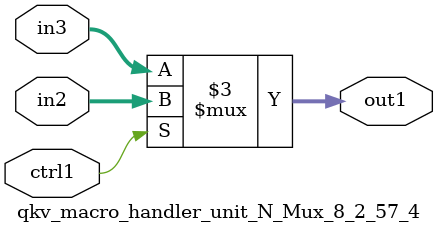
<source format=v>

`timescale 1ps / 1ps


module qkv_macro_handler_unit_N_Mux_8_2_57_4( in3, in2, ctrl1, out1 );

    input [7:0] in3;
    input [7:0] in2;
    input ctrl1;
    output [7:0] out1;
    reg [7:0] out1;

    
    // rtl_process:qkv_macro_handler_unit_N_Mux_8_2_57_4/qkv_macro_handler_unit_N_Mux_8_2_57_4_thread_1
    always @*
      begin : qkv_macro_handler_unit_N_Mux_8_2_57_4_thread_1
        case (ctrl1) 
          1'b1: 
            begin
              out1 = in2;
            end
          default: 
            begin
              out1 = in3;
            end
        endcase
      end

endmodule



</source>
